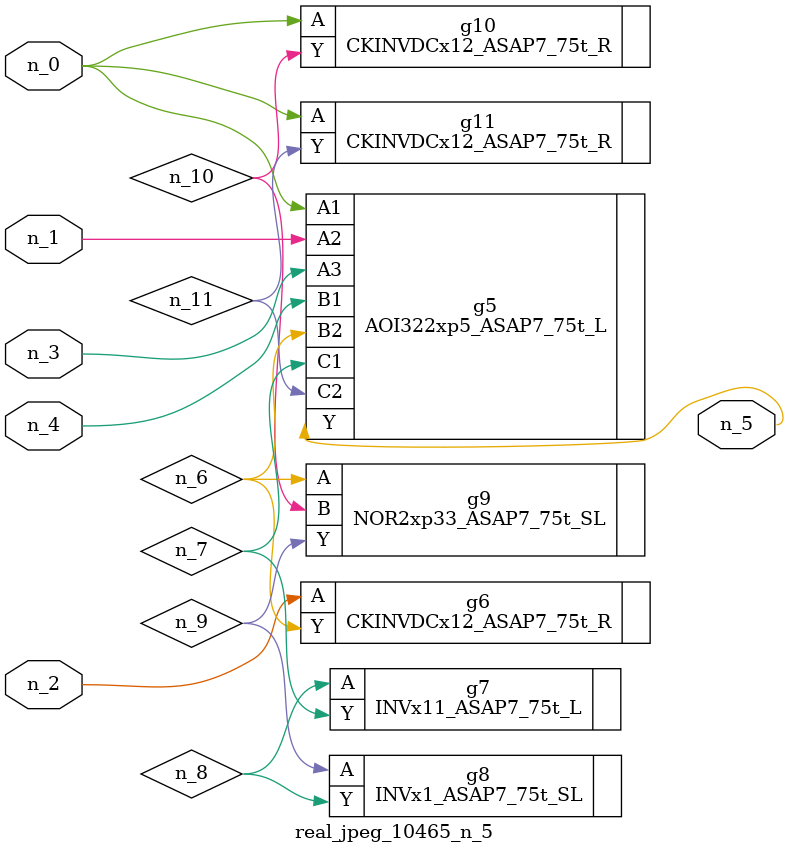
<source format=v>
module real_jpeg_10465_n_5 (n_4, n_0, n_1, n_2, n_3, n_5);

input n_4;
input n_0;
input n_1;
input n_2;
input n_3;

output n_5;

wire n_8;
wire n_11;
wire n_6;
wire n_7;
wire n_10;
wire n_9;

AOI322xp5_ASAP7_75t_L g5 ( 
.A1(n_0),
.A2(n_1),
.A3(n_3),
.B1(n_4),
.B2(n_6),
.C1(n_7),
.C2(n_11),
.Y(n_5)
);

CKINVDCx12_ASAP7_75t_R g10 ( 
.A(n_0),
.Y(n_10)
);

CKINVDCx12_ASAP7_75t_R g11 ( 
.A(n_0),
.Y(n_11)
);

CKINVDCx12_ASAP7_75t_R g6 ( 
.A(n_2),
.Y(n_6)
);

NOR2xp33_ASAP7_75t_SL g9 ( 
.A(n_6),
.B(n_10),
.Y(n_9)
);

INVx11_ASAP7_75t_L g7 ( 
.A(n_8),
.Y(n_7)
);

INVx1_ASAP7_75t_SL g8 ( 
.A(n_9),
.Y(n_8)
);


endmodule
</source>
